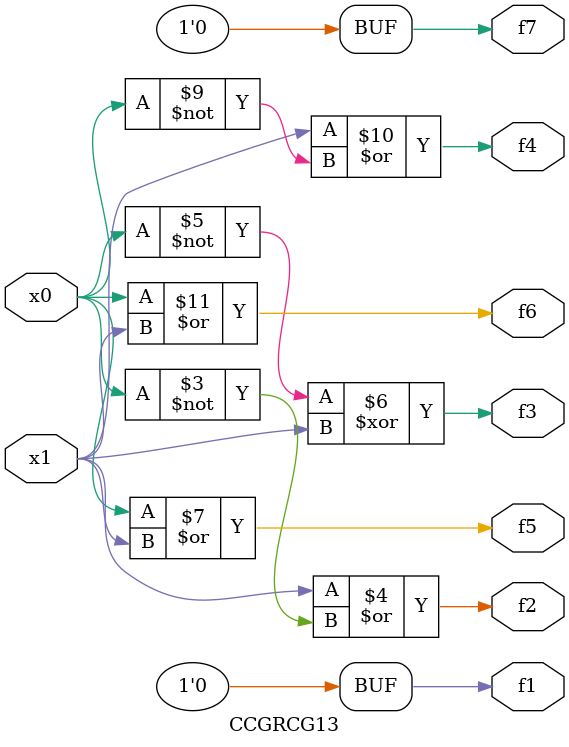
<source format=v>

module CCGRCG13 ( 
    x0, x1,
    f1, f2, f3, f4, f5, f6, f7  );
  input  x0, x1;
  output f1, f2, f3, f4, f5, f6, f7;
  wire new_n11_;
  assign new_n11_ = ~x1;
  assign f2 = ~new_n11_ | ~x0;
  assign f3 = ~x0 ^ x1;
  assign f5 = x0 | x1;
  assign f1 = 1'b0;
  assign f7 = 1'b0;
  assign f4 = ~new_n11_ | ~x0;
  assign f6 = x0 | x1;
endmodule



</source>
